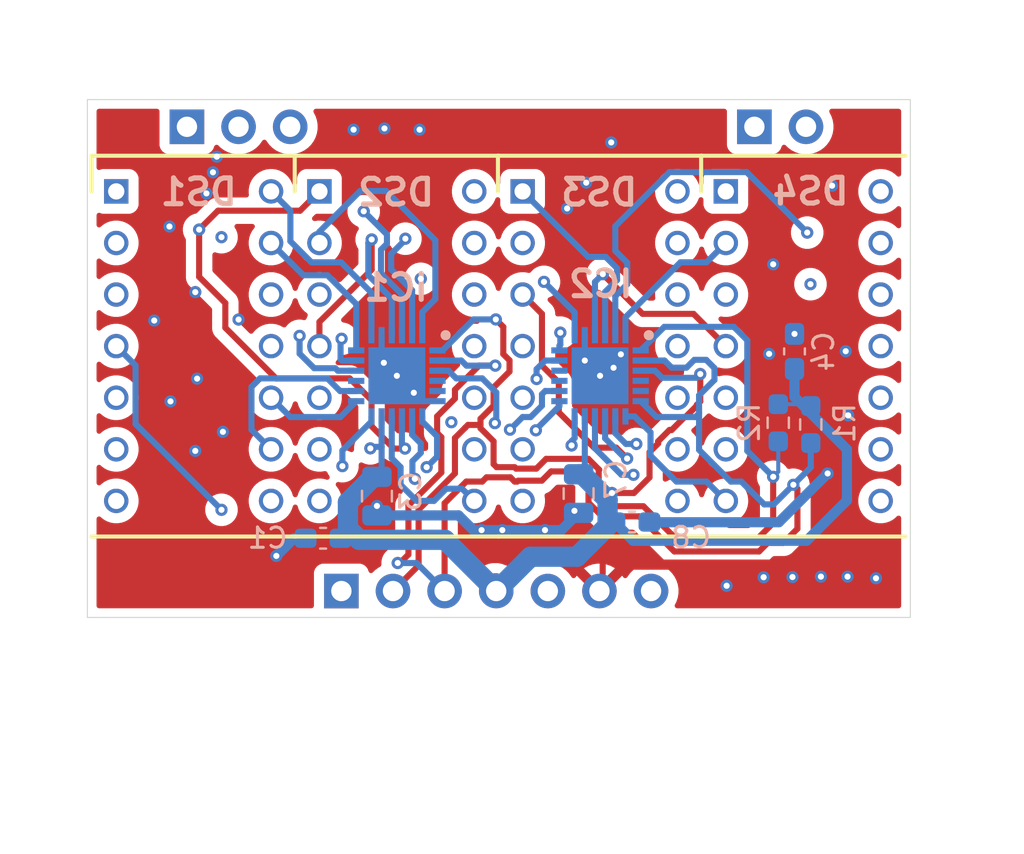
<source format=kicad_pcb>
(kicad_pcb (version 20241229) (generator "pcbnew") (generator_version "9.0")
  (layers (0 "F.Cu" signal) (4 "In1.Cu" signal) (6 "In2.Cu" signal) (2 "B.Cu" signal) (13 "F.Paste" user) (15 "B.Paste" user) (5 "F.SilkS" user "F.Silkscreen") (7 "B.SilkS" user "B.Silkscreen") (1 "F.Mask" user) (3 "B.Mask" user) (25 "Edge.Cuts" user))
  (net 0 "")
  (net 3 "/SDA")
  (net 4 "/SCL")
  (net 9 "+5V")
  (net 10 "GND")
  (net 11 "/D1_R2")
  (net 12 "/D1_C8")
  (net 13 "/D1_C5")
  (net 14 "/D1_C2")
  (net 15 "/D1_C3")
  (net 16 "/D1_C7")
  (net 17 "/D1_C6")
  (net 18 "/D1_C4")
  (net 19 "/D1_R4")
  (net 20 "/D1_R1")
  (net 21 "/D1_R8")
  (net 22 "/D1_R3")
  (net 24 "/D1_C1")
  (net 25 "/D1_R7")
  (net 26 "/D1_R6")
  (net 27 "/D1_R5")
  (net 29 "/D2_R5")
  (net 32 "/D2_C7")
  (net 33 "/D2_C2")
  (net 34 "/D2_R7")
  (net 35 "/D2_R6")
  (net 36 "/D2_R1")
  (net 37 "/D2_R3")
  (net 38 "/D2_C5")
  (net 39 "/D2_C6")
  (net 40 "/D2_R4")
  (net 41 "/D2_C3")
  (net 42 "/D2_R8")
  (net 43 "/D2_C1")
  (net 44 "/D2_R2")
  (net 45 "/D2_C4")
  (net 46 "/D2_C8")
  (footprint "Library:DIPS762W50P254L1850H400Q14N" (layer "F.Cu") (at 131.42 79.5204)
    (property "Reference" "DS4")
    (property "Value" "LTP-305G" (hide yes))
  )
  (footprint "Library:DIPS762W50P254L1850H400Q14N" (layer "F.Cu") (at 101.42 79.5204)
    (property "Reference" "DS1")
    (property "Value" "LTP-305G" (hide yes))
  )
  (footprint "Library:DIPS762W50P254L1850H400Q14N" (layer "F.Cu") (at 111.42 79.5204)
    (property "Reference" "DS2")
    (property "Value" "LTP-305G" (hide yes))
  )
  (footprint "Library:DIPS762W50P254L1850H400Q14N" (layer "F.Cu") (at 121.42 79.5204)
    (property "Reference" "DS3")
    (property "Value" "LTP-305G" (hide yes))
  )
  (footprint "Capacitor_SMD:C_0603_1608Metric_Pad1.08x0.95mm_HandSolder" (layer "B.Cu") (at 111.6 96.6 180)
    (property "Reference" "C1")
    (property "Value" "100nF")
  )
  (footprint "Connector_PinHeader_2.54mm:PinHeader_1x02_P2.54mm_Vertical" (layer "B.Cu") (at 132.825 76.34 -90)
    (property "Reference" "J2" (hide yes))
    (property "Value" "Conn_01x02_Pin")
  )
  (footprint "Connector_PinHeader_2.54mm:PinHeader_1x03_P2.54mm_Vertical" (layer "B.Cu") (at 104.9 76.34 -90)
    (property "Reference" "J3" (hide yes))
    (property "Value" "Conn_01x03_Pin")
  )
  (footprint "Capacitor_SMD:C_0603_1608Metric_Pad1.08x0.95mm_HandSolder" (layer "B.Cu") (at 134.8 87.4 90)
    (property "Reference" "C4")
    (property "Value" "100nF")
  )
  (footprint "LTP-305G:QFN50P400X400X80-25N-D" (layer "B.Cu") (at 115.23 88.6004 180)
    (property "Reference" "IC1")
    (property "Value" "IS31FL3730-QFLS2-TR" (hide yes))
  )
  (footprint "Resistor_SMD:R_0603_1608Metric_Pad0.98x0.95mm_HandSolder" (layer "B.Cu") (at 134 90.9125 -90)
    (property "Reference" "R2")
    (property "Value" "10k")
  )
  (footprint "LTP-305G:QFN50P400X400X80-25N-D" (layer "B.Cu") (at 125.23 88.6 180)
    (property "Reference" "IC2")
    (property "Value" "IS31FL3730-QFLS2-TR" (hide yes))
  )
  (footprint "Capacitor_SMD:C_0603_1608Metric_Pad1.08x0.95mm_HandSolder" (layer "B.Cu") (at 126.8 95.8)
    (property "Reference" "C8")
    (property "Value" "100nF")
  )
  (footprint "Resistor_SMD:R_0603_1608Metric_Pad0.98x0.95mm_HandSolder" (layer "B.Cu") (at 135.6 91 -90)
    (property "Reference" "R1")
    (property "Value" "10K")
  )
  (footprint "Connector_PinHeader_2.54mm:PinHeader_1x07_P2.54mm_Vertical" (layer "B.Cu") (at 112.5 99.2 -90)
    (property "Reference" "J1" (hide yes))
    (property "Value" "Conn_01x07_Pin" (hide yes))
  )
  (footprint "Capacitor_SMD:C_0805_2012Metric" (layer "B.Cu") (at 114.25 94.525 -90)
    (property "Reference" "C3")
    (property "Value" "10uF")
  )
  (footprint "Capacitor_SMD:C_0805_2012Metric" (layer "B.Cu") (at 124.175 94.4 -90)
    (property "Reference" "C7")
    (property "Value" "10uF")
  )
  (gr_rect (start 100 75) (end 140.5 100.5) (stroke (width 0.05)) (fill no) (layer "Edge.Cuts"))
  (segment (start 119.991 90.074318) (end 119.991 89.17395) (width 0.3) (layer "F.Cu") (net 3))
  (segment (start 129.09 96.75) (end 127.362605 95.022605) (width 0.3) (layer "F.Cu") (net 3))
  (segment (start 118.73 91.02) (end 118.59 91.16) (width 0.3) (layer "F.Cu") (net 3))
  (segment (start 119.346298 91.02) (end 119.346298 90.71902) (width 0.3) (layer "F.Cu") (net 3))
  (segment (start 127.362605 95.022605) (end 125.5445 95.022605) (width 0.3) (layer "F.Cu") (net 3))
  (segment (start 118.089 91.662414) (end 118.089 93.403894) (width 0.3) (layer "F.Cu") (net 3))
  (segment (start 116.301 97.939) (end 115.04 99.2) (width 0.3) (layer "F.Cu") (net 3))
  (segment (start 118.59 91.16) (end 118.59 91.161414) (width 0.3) (layer "F.Cu") (net 3))
  (segment (start 118.59 91.161414) (end 118.089 91.662414) (width 0.3) (layer "F.Cu") (net 3))
  (segment (start 119.991 89.17395) (end 120.775 88.38995) (width 0.3) (layer "F.Cu") (net 3))
  (segment (start 133.75 93.575) (end 133.75 95.85) (width 0.3) (layer "F.Cu") (net 3))
  (segment (start 120.469 87.534318) (end 120.469 86.194) (width 0.3) (layer "F.Cu") (net 3))
  (segment (start 119.346298 91.18178) (end 119.346298 91.02) (width 0.3) (layer "F.Cu") (net 3))
  (segment (start 116.301 95.191894) (end 116.301 97.939) (width 0.3) (layer "F.Cu") (net 3))
  (segment (start 121.095188 93.1714) (end 121.023788 93.1) (width 0.3) (layer "F.Cu") (net 3))
  (segment (start 120.775 88.38995) (end 120.775 87.840318) (width 0.3) (layer "F.Cu") (net 3))
  (segment (start 119.346298 91.02) (end 118.73 91.02) (width 0.3) (layer "F.Cu") (net 3))
  (segment (start 125.163154 94.641259) (end 125.163154 93.226585) (width 0.3) (layer "F.Cu") (net 3))
  (segment (start 125.186585 93.226585) (end 124.65 92.69) (width 0.3) (layer "F.Cu") (net 3))
  (segment (start 119.991 92.95) (end 119.991 91.826482) (width 0.3) (layer "F.Cu") (net 3))
  (segment (start 121.023788 93.1) (end 120.141 93.1) (width 0.3) (layer "F.Cu") (net 3))
  (segment (start 125.163154 93.226585) (end 125.186585 93.226585) (width 0.3) (layer "F.Cu") (net 3))
  (segment (start 133.75 95.85) (end 132.85 96.75) (width 0.3) (layer "F.Cu") (net 3))
  (segment (start 118.089 93.403894) (end 116.301 95.191894) (width 0.3) (layer "F.Cu") (net 3))
  (segment (start 122.578211 92.69) (end 122.096811 93.1714) (width 0.3) (layer "F.Cu") (net 3))
  (segment (start 120.469 86.194) (end 120.1 85.825) (width 0.3) (layer "F.Cu") (net 3))
  (segment (start 122.096811 93.1714) (end 121.095188 93.1714) (width 0.3) (layer "F.Cu") (net 3))
  (segment (start 120.141 93.1) (end 119.991 92.95) (width 0.3) (layer "F.Cu") (net 3))
  (segment (start 132.85 96.75) (end 129.09 96.75) (width 0.3) (layer "F.Cu") (net 3))
  (segment (start 120.775 87.840318) (end 120.469 87.534318) (width 0.3) (layer "F.Cu") (net 3))
  (segment (start 125.5445 95.022605) (end 125.163154 94.641259) (width 0.3) (layer "F.Cu") (net 3))
  (segment (start 119.346298 90.71902) (end 119.991 90.074318) (width 0.3) (layer "F.Cu") (net 3))
  (segment (start 119.991 91.826482) (end 119.346298 91.18178) (width 0.3) (layer "F.Cu") (net 3))
  (segment (start 124.65 92.69) (end 122.578211 92.69) (width 0.3) (layer "F.Cu") (net 3))
  (via (at 120.1 85.825) (size 0.6) (drill 0.3) (layers "F.Cu" "B.Cu") (net 3))
  (via (at 133.75 93.575) (size 0.6) (drill 0.3) (layers "F.Cu" "B.Cu") (net 3))
  (segment (start 119.0054 85.825) (end 120.1 85.825) (width 0.3) (layer "B.Cu") (net 3))
  (segment (start 117.23 87.3504) (end 117.48 87.3504) (width 0.3) (layer "B.Cu") (net 3))
  (segment (start 134 93.325) (end 133.75 93.575) (width 0.2) (layer "B.Cu") (net 3))
  (segment (start 128.3906 86.1894) (end 127.23 87.35) (width 0.3) (layer "B.Cu") (net 3))
  (segment (start 132.475 92.3) (end 132.475 86.850482) (width 0.3) (layer "B.Cu") (net 3))
  (segment (start 133.75 93.575) (end 132.475 92.3) (width 0.3) (layer "B.Cu") (net 3))
  (segment (start 132.475 86.850482) (end 131.813918 86.1894) (width 0.3) (layer "B.Cu") (net 3))
  (segment (start 134 91.825) (end 134 93.325) (width 0.2) (layer "B.Cu") (net 3))
  (segment (start 131.813918 86.1894) (end 128.3906 86.1894) (width 0.3) (layer "B.Cu") (net 3))
  (segment (start 117.48 87.3504) (end 119.0054 85.825) (width 0.3) (layer "B.Cu") (net 3))
  (segment (start 121.026082 93.8094) (end 121.155282 93.8094) (width 0.3) (layer "F.Cu") (net 4))
  (segment (start 124.562894 93.31) (end 124.662154 93.40926) (width 0.3) (layer "F.Cu") (net 4))
  (segment (start 121.2 93.764682) (end 122.365318 93.764682) (width 0.3) (layer "F.Cu") (net 4))
  (segment (start 134.25 96.825) (end 134.942985 96.132015) (width 0.3) (layer "F.Cu") (net 4))
  (segment (start 119.275482 88.1) (end 118.089 89.286482) (width 0.3) (layer "F.Cu") (net 4))
  (segment (start 134.942985 96.132015) (end 134.942985 94.165644) (width 0.3) (layer "F.Cu") (net 4))
  (segment (start 125.33698 95.523605) (end 127.156499 95.523605) (width 0.3) (layer "F.Cu") (net 4))
  (segment (start 124.662154 94.848779) (end 125.33698 95.523605) (width 0.3) (layer "F.Cu") (net 4))
  (segment (start 117.212366 91.41526) (end 117.42 91.622894) (width 0.3) (layer "F.Cu") (net 4))
  (segment (start 117.212366 90.597684) (end 117.212366 91.41526) (width 0.3) (layer "F.Cu") (net 4))
  (segment (start 119.643318 93.6) (end 120.816682 93.6) (width 0.3) (layer "F.Cu") (net 4))
  (segment (start 117.58 99.2) (end 117.58 94.875482) (width 0.3) (layer "F.Cu") (net 4))
  (segment (start 122.365318 93.764682) (end 122.82 93.31) (width 0.3) (layer "F.Cu") (net 4))
  (segment (start 117.58 94.875482) (end 118.646082 93.8094) (width 0.3) (layer "F.Cu") (net 4))
  (segment (start 128.882894 97.25) (end 133.057106 97.25) (width 0.3) (layer "F.Cu") (net 4))
  (segment (start 117.42 91.622894) (end 117.42 93.366482) (width 0.3) (layer "F.Cu") (net 4))
  (segment (start 133.482107 96.825) (end 134.25 96.825) (width 0.3) (layer "F.Cu") (net 4))
  (segment (start 118.089 89.72105) (end 117.212366 90.597684) (width 0.3) (layer "F.Cu") (net 4))
  (segment (start 118.089 89.286482) (end 118.089 89.72105) (width 0.3) (layer "F.Cu") (net 4))
  (segment (start 124.662154 93.40926) (end 124.662154 94.848779) (width 0.3) (layer "F.Cu") (net 4))
  (segment (start 133.057106 97.25) (end 133.482107 96.825) (width 0.3) (layer "F.Cu") (net 4))
  (segment (start 120.816682 93.6) (end 121.026082 93.8094) (width 0.3) (layer "F.Cu") (net 4))
  (segment (start 115.8 94.986482) (end 115.8 97.4) (width 0.3) (layer "F.Cu") (net 4))
  (segment (start 127.156499 95.523605) (end 128.882894 97.25) (width 0.3) (layer "F.Cu") (net 4))
  (segment (start 120.075 88.1) (end 119.275482 88.1) (width 0.3) (layer "F.Cu") (net 4))
  (segment (start 121.155282 93.8094) (end 121.2 93.764682) (width 0.3) (layer "F.Cu") (net 4))
  (segment (start 122.82 93.31) (end 124.562894 93.31) (width 0.3) (layer "F.Cu") (net 4))
  (segment (start 117.42 93.366482) (end 115.8 94.986482) (width 0.3) (layer "F.Cu") (net 4))
  (segment (start 134.942985 94.165644) (end 134.742985 93.965644) (width 0.3) (layer "F.Cu") (net 4))
  (segment (start 115.380654 97.819346) (end 115.27195 97.819346) (width 0.3) (layer "F.Cu") (net 4))
  (segment (start 119.433918 93.8094) (end 119.643318 93.6) (width 0.3) (layer "F.Cu") (net 4))
  (segment (start 118.646082 93.8094) (end 119.433918 93.8094) (width 0.3) (layer "F.Cu") (net 4))
  (segment (start 115.8 97.4) (end 115.380654 97.819346) (width 0.3) (layer "F.Cu") (net 4))
  (via (at 120.075 88.1) (size 0.6) (drill 0.3) (layers "F.Cu" "B.Cu") (net 4))
  (via (at 134.742985 93.965644) (size 0.6) (drill 0.3) (layers "F.Cu" "B.Cu") (net 4))
  (via (at 115.27195 97.819346) (size 0.6) (drill 0.3) (layers "F.Cu" "B.Cu") (net 4))
  (segment (start 129.484481 88.2) (end 128.754682 88.2) (width 0.3) (layer "B.Cu") (net 4))
  (segment (start 130.102854 90.45) (end 130.102854 92.248172) (width 0.3) (layer "B.Cu") (net 4))
  (segment (start 133.775549 94.93308) (end 134.742985 93.965644) (width 0.3) (layer "B.Cu") (net 4))
  (segment (start 135.6 93.108629) (end 134.742985 93.965644) (width 0.3) (layer "B.Cu") (net 4))
  (segment (start 118.405081 87.850399) (end 118.654682 88.1) (width 0.3) (layer "B.Cu") (net 4))
  (segment (start 118.654682 88.1) (end 120.075 88.1) (width 0.3) (layer "B.Cu") (net 4))
  (segment (start 132.1844 93.8094) (end 133.30808 94.93308) (width 0.3) (layer "B.Cu") (net 4))
  (segment (start 117.23 87.850399) (end 118.405081 87.850399) (width 0.3) (layer "B.Cu") (net 4))
  (segment (start 128.0114 90.6314) (end 129.921454 90.6314) (width 0.3) (layer "B.Cu") (net 4))
  (segment (start 129.921454 90.6314) (end 130.102854 90.45) (width 0.3) (layer "B.Cu") (net 4))
  (segment (start 129.871281 87.8132) (end 129.484481 88.2) (width 0.3) (layer "B.Cu") (net 4))
  (segment (start 130.451181 87.8132) (end 129.871281 87.8132) (width 0.3) (layer "B.Cu") (net 4))
  (segment (start 128.404681 87.849999) (end 127.23 87.849999) (width 0.3) (layer "B.Cu") (net 4))
  (segment (start 127.23 89.85) (end 128.0114 90.6314) (width 0.3) (layer "B.Cu") (net 4))
  (segment (start 131.664082 93.8094) (end 132.1844 93.8094) (width 0.3) (layer "B.Cu") (net 4))
  (segment (start 130.102854 89.561527) (end 130.861231 88.80315) (width 0.3) (layer "B.Cu") (net 4))
  (segment (start 116.199346 97.819346) (end 115.27195 97.819346) (width 0.3) (layer "B.Cu") (net 4))
  (segment (start 130.102854 92.248172) (end 131.664082 93.8094) (width 0.3) (layer "B.Cu") (net 4))
  (segment (start 130.861231 88.80315) (end 130.861231 88.22325) (width 0.3) (layer "B.Cu") (net 4))
  (segment (start 128.754682 88.2) (end 128.404681 87.849999) (width 0.3) (layer "B.Cu") (net 4))
  (segment (start 130.861231 88.22325) (end 130.451181 87.8132) (width 0.3) (layer "B.Cu") (net 4))
  (segment (start 135.6 91.9125) (end 135.6 93.108629) (width 0.3) (layer "B.Cu") (net 4))
  (segment (start 130.102854 90.45) (end 130.102854 89.561527) (width 0.3) (layer "B.Cu") (net 4))
  (segment (start 133.30808 94.93308) (end 133.775549 94.93308) (width 0.3) (layer "B.Cu") (net 4))
  (segment (start 117.58 99.2) (end 116.199346 97.819346) (width 0.3) (layer "B.Cu") (net 4))
  (segment (start 126.899049 94.371605) (end 127.665459 93.605195) (width 0.3) (layer "F.Cu") (net 9))
  (segment (start 129.3936 90.6314) (end 129.433918 90.6314) (width 0.3) (layer "F.Cu") (net 9))
  (segment (start 128.089 91.936) (end 128.089 91.826482) (width 0.3) (layer "F.Cu") (net 9))
  (segment (start 120.12 98.828) (end 120.022545 98.828) (width 1) (layer "F.Cu") (net 9))
  (segment (start 125.814154 94.371605) (end 126.899049 94.371605) (width 0.3) (layer "F.Cu") (net 9))
  (segment (start 127.665459 93.605195) (end 127.665459 92.359541) (width 0.3) (layer "F.Cu") (net 9))
  (segment (start 127.665459 92.359541) (end 128.089 91.936) (width 0.3) (layer "F.Cu") (net 9))
  (segment (start 129.991 90.034) (end 130.161231 89.863769) (width 0.3) (layer "F.Cu") (net 9))
  (segment (start 128.089 91.826482) (end 128.646082 91.2694) (width 0.3) (layer "F.Cu") (net 9))
  (segment (start 129.991 90.074318) (end 129.991 90.034) (width 0.3) (layer "F.Cu") (net 9))
  (segment (start 130.161231 89.863769) (end 130.161231 88.5132) (width 0.3) (layer "F.Cu") (net 9))
  (segment (start 120.12 99.2) (end 120.12 98.828) (width 1) (layer "F.Cu") (net 9))
  (segment (start 128.646082 91.2694) (end 128.7556 91.2694) (width 0.3) (layer "F.Cu") (net 9))
  (segment (start 128.7556 91.2694) (end 129.3936 90.6314) (width 0.3) (layer "F.Cu") (net 9))
  (segment (start 129.433918 90.6314) (end 129.991 90.074318) (width 0.3) (layer "F.Cu") (net 9))
  (via (at 117.912366 90.887634) (size 0.6) (drill 0.3) (layers "F.Cu" "B.Cu") (net 9))
  (via (at 120.0544 90.93232) (size 0.6) (drill 0.3) (layers "F.Cu" "B.Cu") (net 9))
  (via (at 125.814154 94.371605) (size 0.6) (drill 0.3) (layers "F.Cu" "B.Cu") (net 9))
  (via (at 130.161231 88.5132) (size 0.6) (drill 0.3) (layers "F.Cu" "B.Cu") (net 9))
  (via (at 113.925 92.175) (size 0.6) (drill 0.3) (layers "F.Cu" "B.Cu") (net 9))
  (segment (start 114.479999 93.345001) (end 114.25 93.575) (width 0.3) (layer "B.Cu") (net 9))
  (segment (start 127.93 88.35) (end 128.28 88.7) (width 0.3) (layer "B.Cu") (net 9))
  (segment (start 112.824 94.824156) (end 114.073156 93.575) (width 1) (layer "B.Cu") (net 9))
  (segment (start 137.38 92.224734) (end 134.8 89.644734) (width 0.5) (layer "B.Cu") (net 9))
  (segment (start 124.351844 93.45) (end 124.175 93.45) (width 1) (layer "B.Cu") (net 9))
  (segment (start 120.12 99.2) (end 121.81 97.51) (width 1) (layer "B.Cu") (net 9))
  (segment (start 134.8 90) (end 135.5125 90) (width 0.2) (layer "B.Cu") (net 9))
  (segment (start 124.091844 97.51) (end 125.601 96.000844) (width 1) (layer "B.Cu") (net 9))
  (segment (start 114.073156 93.575) (end 114.25 93.575) (width 1) (layer "B.Cu") (net 9))
  (segment (start 114.479999 92.1) (end 114 92.1) (width 0.3) (layer "B.Cu") (net 9))
  (segment (start 134 90) (end 134.8 90) (width 0.2) (layer "B.Cu") (net 9))
  (segment (start 134.8 88.2625) (end 134.8 90) (width 0.2) (layer "B.Cu") (net 9))
  (segment (start 117.596 96.676) (end 113.374156 96.676) (width 1) (layer "B.Cu") (net 9))
  (segment (start 135.394 96.726) (end 137.38 94.74) (width 0.5) (layer "B.Cu") (net 9))
  (segment (start 137.38 94.74) (end 137.38 92.224734) (width 0.5) (layer "B.Cu") (net 9))
  (segment (start 135.5125 90) (end 135.6 90.0875) (width 0.2) (layer "B.Cu") (net 9))
  (segment (start 134.8 89.644734) (end 134.8 88.2625) (width 0.5) (layer "B.Cu") (net 9))
  (segment (start 125.601 94.699156) (end 124.351844 93.45) (width 1) (layer "B.Cu") (net 9))
  (segment (start 127.23 88.35) (end 127.93 88.35) (width 0.3) (layer "B.Cu") (net 9))
  (segment (start 121.81 97.51) (end 124.091844 97.51) (width 1) (layer "B.Cu") (net 9))
  (segment (start 124.479999 93.204999) (end 124.5 93.225) (width 0.3) (layer "B.Cu") (net 9))
  (segment (start 126.8635 96.726) (end 135.394 96.726) (width 0.5) (layer "B.Cu") (net 9))
  (segment (start 128.28 88.7) (end 129.974431 88.7) (width 0.3) (layer "B.Cu") (net 9))
  (segment (start 124.479999 90.6) (end 124.479999 93.204999) (width 0.3) (layer "B.Cu") (net 9))
  (segment (start 114 92.1) (end 113.925 92.175) (width 0.3) (layer "B.Cu") (net 9))
  (segment (start 120.122948 89.41843) (end 120.122948 90.93232) (width 0.3) (layer "B.Cu") (net 9))
  (segment (start 118.1544 88.7294) (end 119.433918 88.7294) (width 0.3) (layer "B.Cu") (net 9))
  (segment (start 113.374156 96.676) (end 112.824 96.125844) (width 1) (layer "B.Cu") (net 9))
  (segment (start 120.12 99.2) (end 117.596 96.676) (width 1) (layer "B.Cu") (net 9))
  (segment (start 125.814154 94.371605) (end 125.646605 94.371605) (width 0.3) (layer "B.Cu") (net 9))
  (segment (start 125.601 96.000844) (end 125.601 94.699156) (width 1) (layer "B.Cu") (net 9))
  (segment (start 125.646605 94.371605) (end 124.5 93.225) (width 0.3) (layer "B.Cu") (net 9))
  (segment (start 114.479999 90.6004) (end 114.479999 92.1) (width 0.3) (layer "B.Cu") (net 9))
  (segment (start 117.7754 88.3504) (end 118.1544 88.7294) (width 0.3) (layer "B.Cu") (net 9))
  (segment (start 114.479999 92.1) (end 114.479999 93.345001) (width 0.3) (layer "B.Cu") (net 9))
  (segment (start 117.23 88.3504) (end 117.7754 88.3504) (width 0.3) (layer "B.Cu") (net 9))
  (segment (start 129.974431 88.7) (end 130.161231 88.5132) (width 0.3) (layer "B.Cu") (net 9))
  (segment (start 125.9375 95.8) (end 126.8635 96.726) (width 0.5) (layer "B.Cu") (net 9))
  (segment (start 119.433918 88.7294) (end 120.122948 89.41843) (width 0.3) (layer "B.Cu") (net 9))
  (segment (start 112.824 96.125844) (end 112.824 94.824156) (width 1) (layer "B.Cu") (net 9))
  (segment (start 134.089 97.899) (end 134.7 98.51) (width 0.5) (layer "F.Cu") (net 10))
  (segment (start 125.36 96.64) (end 125.36 98.34) (width 0.3) (layer "F.Cu") (net 10))
  (segment (start 119.4 96.2) (end 121.22 96.2) (width 0.5) (layer "F.Cu") (net 10))
  (segment (start 122.19 97.17) (end 123.17 97.17) (width 0.5) (layer "F.Cu") (net 10))
  (segment (start 136.43 93.41) (end 136.43 98.16) (width 0.5) (layer "F.Cu") (net 10))
  (segment (start 136.43 98.16) (end 136.1 98.49) (width 0.5) (layer "F.Cu") (net 10))
  (segment (start 136.1 98.49) (end 134.72 98.49) (width 0.5) (layer "F.Cu") (net 10))
  (segment (start 123.97 95.25) (end 125.36 96.64) (width 0.3) (layer "F.Cu") (net 10))
  (segment (start 123.17 97.17) (end 125.2 99.2) (width 0.5) (layer "F.Cu") (net 10))
  (segment (start 125.2 99.2) (end 126.501 97.899) (width 0.5) (layer "F.Cu") (net 10))
  (segment (start 126.501 97.899) (end 134.089 97.899) (width 0.5) (layer "F.Cu") (net 10))
  (segment (start 121.22 96.2) (end 122.19 97.17) (width 0.5) (layer "F.Cu") (net 10))
  (segment (start 134.72 98.49) (end 134.7 98.51) (width 0.5) (layer "F.Cu") (net 10))
  (via (at 133.75 83.11) (size 0.6) (drill 0.3) (layers "F.Cu" "B.Cu") (net 10))
  (via (at 133.28 98.52) (size 0.6) (drill 0.3) (layers "F.Cu" "B.Cu") (net 10))
  (via (at 105.4 88.74) (size 0.6) (drill 0.3) (layers "F.Cu" "B.Cu") (net 10))
  (via (at 124.479999 87.849999) (size 0.6) (drill 0.3) (layers "F.Cu" "B.Cu") (net 10))
  (via (at 105.31 84.48) (size 0.6) (drill 0.3) (layers "F.Cu" "B.Cu") (net 10))
  (via (at 136.1 98.49) (size 0.6) (drill 0.3) (layers "F.Cu" "B.Cu") (net 10))
  (via (at 122.52 96.2) (size 0.6) (drill 0.3) (layers "F.Cu" "B.Cu") (net 10))
  (via (at 106.37 77.81) (size 0.6) (drill 0.3) (layers "F.Cu" "B.Cu") (net 10))
  (via (at 134.7 98.51) (size 0.6) (drill 0.3) (layers "F.Cu" "B.Cu") (net 10))
  (via (at 116.0648 89.4352) (size 0.6) (drill 0.3) (layers "F.Cu" "B.Cu") (net 10))
  (via (at 124.55 79.09) (size 0.6) (drill 0.3) (layers "F.Cu" "B.Cu") (net 10))
  (via (at 114.62 76.42) (size 0.6) (drill 0.3) (layers "F.Cu" "B.Cu") (net 10))
  (via (at 134.8 86.5375) (size 0.6) (drill 0.3) (layers "F.Cu" "B.Cu") (net 10))
  (via (at 109.3 97.47) (size 0.6) (drill 0.3) (layers "F.Cu" "B.Cu") (net 10))
  (via (at 114.25 95.01) (size 0.6) (drill 0.3) (layers "F.Cu" "B.Cu") (net 10))
  (via (at 105.86 79.62) (size 0.6) (drill 0.3) (layers "F.Cu" "B.Cu") (net 10))
  (via (at 123.61 80.36) (size 0.6) (drill 0.3) (layers "F.Cu" "B.Cu") (net 10))
  (via (at 115.23 88.6004) (size 0.6) (drill 0.3) (layers "F.Cu" "B.Cu") (net 10))
  (via (at 104.09 89.86) (size 0.6) (drill 0.3) (layers "F.Cu" "B.Cu") (net 10))
  (via (at 138.81 98.57) (size 0.6) (drill 0.3) (layers "F.Cu" "B.Cu") (net 10))
  (via (at 120.42 96.2) (size 0.6) (drill 0.3) (layers "F.Cu" "B.Cu") (net 10))
  (via (at 137.41 98.49) (size 0.6) (drill 0.3) (layers "F.Cu" "B.Cu") (net 10))
  (via (at 113.1 76.48) (size 0.6) (drill 0.3) (layers "F.Cu" "B.Cu") (net 10))
  (via (at 106.67 91.36) (size 0.6) (drill 0.3) (layers "F.Cu" "B.Cu") (net 10))
  (via (at 136.65 79.24) (size 0.6) (drill 0.3) (layers "F.Cu" "B.Cu") (net 10))
  (via (at 119.4 96.2) (size 0.6) (drill 0.3) (layers "F.Cu" "B.Cu") (net 10))
  (via (at 104.04 81.25) (size 0.6) (drill 0.3) (layers "F.Cu" "B.Cu") (net 10))
  (via (at 106.18 78.58) (size 0.6) (drill 0.3) (layers "F.Cu" "B.Cu") (net 10))
  (via (at 131.46 98.94) (size 0.6) (drill 0.3) (layers "F.Cu" "B.Cu") (net 10))
  (via (at 105.31 92.3) (size 0.6) (drill 0.3) (layers "F.Cu" "B.Cu") (net 10))
  (via (at 125.23 88.6) (size 0.6) (drill 0.3) (layers "F.Cu" "B.Cu") (net 10))
  (via (at 116.35 76.48) (size 0.6) (drill 0.3) (layers "F.Cu" "B.Cu") (net 10))
  (via (at 136.43 93.41) (size 0.6) (drill 0.3) (layers "F.Cu" "B.Cu") (net 10))
  (via (at 133.55 87.52) (size 0.6) (drill 0.3) (layers "F.Cu" "B.Cu") (net 10))
  (via (at 126.254334 87.544772) (size 0.6) (drill 0.3) (layers "F.Cu" "B.Cu") (net 10))
  (via (at 114.5898 87.9602) (size 0.6) (drill 0.3) (layers "F.Cu" "B.Cu") (net 10))
  (via (at 137.44 90.55) (size 0.6) (drill 0.3) (layers "F.Cu" "B.Cu") (net 10))
  (via (at 123.97 95.25) (size 0.6) (drill 0.3) (layers "F.Cu" "B.Cu") (net 10))
  (via (at 103.29 85.88) (size 0.6) (drill 0.3) (layers "F.Cu" "B.Cu") (net 10))
  (via (at 107.44 85.83) (size 0.6) (drill 0.3) (layers "F.Cu" "B.Cu") (net 10))
  (via (at 125.78 77.11) (size 0.6) (drill 0.3) (layers "F.Cu" "B.Cu") (net 10))
  (via (at 125.895 88.205) (size 0.6) (drill 0.3) (layers "F.Cu" "B.Cu") (net 10))
  (via (at 137.32 87.39) (size 0.6) (drill 0.3) (layers "F.Cu" "B.Cu") (net 10))
  (segment (start 125.23 88.6) (end 125.5 88.6) (width 0.3) (layer "B.Cu") (net 10))
  (segment (start 110.17 96.6) (end 109.3 97.47) (width 0.5) (layer "B.Cu") (net 10))
  (segment (start 116.0648 89.4352) (end 115.23 88.6004) (width 0.3) (layer "B.Cu") (net 10))
  (segment (start 114.479999 86.6004) (end 114.479999 87.850399) (width 0.3) (layer "B.Cu") (net 10))
  (segment (start 124.479999 86.6) (end 124.479999 87.849999) (width 0.3) (layer "B.Cu") (net 10))
  (segment (start 122.52 96.2) (end 123.325 96.2) (width 0.5) (layer "B.Cu") (net 10))
  (segment (start 123.325 96.2) (end 124.175 95.35) (width 0.5) (layer "B.Cu") (net 10))
  (segment (start 127.6739 95.8114) (end 134.0286 95.8114) (width 0.5) (layer "B.Cu") (net 10))
  (segment (start 124.07 95.35) (end 124.175 95.35) (width 0.3) (layer "B.Cu") (net 10))
  (segment (start 127.6625 95.8) (end 127.6739 95.8114) (width 0.5) (layer "B.Cu") (net 10))
  (segment (start 114.715 95.475) (end 114.25 95.01) (width 0.5) (layer "B.Cu") (net 10))
  (segment (start 114.479999 87.850399) (end 114.5898 87.9602) (width 0.3) (layer "B.Cu") (net 10))
  (segment (start 116.48 89.8504) (end 116.0648 89.4352) (width 0.3) (layer "B.Cu") (net 10))
  (segment (start 119.4 96.2) (end 118.993261 96.2) (width 0.5) (layer "B.Cu") (net 10))
  (segment (start 118.268261 95.475) (end 114.715 95.475) (width 0.5) (layer "B.Cu") (net 10))
  (segment (start 123.97 95.25) (end 124.07 95.35) (width 0.3) (layer "B.Cu") (net 10))
  (segment (start 125.5 88.6) (end 125.895 88.205) (width 0.3) (layer "B.Cu") (net 10))
  (segment (start 120.42 96.2) (end 122.52 96.2) (width 0.5) (layer "B.Cu") (net 10))
  (segment (start 125.895 88.205) (end 126.254334 87.845666) (width 0.3) (layer "B.Cu") (net 10))
  (segment (start 117.23 89.8504) (end 116.48 89.8504) (width 0.3) (layer "B.Cu") (net 10))
  (segment (start 118.993261 96.2) (end 118.268261 95.475) (width 0.5) (layer "B.Cu") (net 10))
  (segment (start 134.0286 95.8114) (end 136.43 93.41) (width 0.5) (layer "B.Cu") (net 10))
  (segment (start 119.4 96.2) (end 120.42 96.2) (width 0.5) (layer "B.Cu") (net 10))
  (segment (start 110.7375 96.6) (end 110.17 96.6) (width 0.5) (layer "B.Cu") (net 10))
  (segment (start 114.5898 87.9602) (end 115.23 88.6004) (width 0.3) (layer "B.Cu") (net 10))
  (segment (start 126.254334 87.845666) (end 126.254334 87.544772) (width 0.3) (layer "B.Cu") (net 10))
  (via (at 116.114522 93.676145) (size 0.6) (drill 0.3) (layers "F.Cu" "B.Cu") (net 11))
  (segment (start 115.99637 92.809517) (end 115.99637 93.557993) (width 0.3) (layer "B.Cu") (net 11))
  (segment (start 116.40642 92.399467) (end 115.99637 92.809517) (width 0.3) (layer "B.Cu") (net 11))
  (segment (start 115.99637 93.557993) (end 116.114522 93.676145) (width 0.3) (layer "B.Cu") (net 11))
  (segment (start 115.980001 90.6004) (end 115.980001 91.500101) (width 0.3) (layer "B.Cu") (net 11))
  (segment (start 115.980001 91.500101) (end 116.40642 91.92652) (width 0.3) (layer "B.Cu") (net 11))
  (segment (start 116.40642 91.92652) (end 116.40642 92.399467) (width 0.3) (layer "B.Cu") (net 11))
  (via (at 110.443637 86.633724) (size 0.6) (drill 0.3) (layers "F.Cu" "B.Cu") (net 12))
  (segment (start 112.2034 88.2284) (end 111.163082 88.2284) (width 0.3) (layer "B.Cu") (net 12))
  (segment (start 111.163082 88.2284) (end 110.443637 87.508955) (width 0.3) (layer "B.Cu") (net 12))
  (segment (start 112.3254 88.3504) (end 112.2034 88.2284) (width 0.3) (layer "B.Cu") (net 12))
  (segment (start 113.23 88.3504) (end 112.3254 88.3504) (width 0.3) (layer "B.Cu") (net 12))
  (segment (start 110.443637 87.508955) (end 110.443637 86.633724) (width 0.3) (layer "B.Cu") (net 12))
  (segment (start 109.991 80.4714) (end 109.04 79.5204) (width 0.3) (layer "B.Cu") (net 13))
  (segment (start 109.991 81.976318) (end 109.991 80.4714) (width 0.3) (layer "B.Cu") (net 13))
  (segment (start 113.98 84.507726) (end 112.483674 83.0114) (width 0.3) (layer "B.Cu") (net 13))
  (segment (start 113.98 86.6004) (end 113.98 84.507726) (width 0.3) (layer "B.Cu") (net 13))
  (segment (start 111.026082 83.0114) (end 109.991 81.976318) (width 0.3) (layer "B.Cu") (net 13))
  (segment (start 112.483674 83.0114) (end 111.026082 83.0114) (width 0.3) (layer "B.Cu") (net 13))
  (via (at 115.65 81.85) (size 0.6) (drill 0.3) (layers "F.Cu" "B.Cu") (net 14))
  (via (at 106.6 81.775) (size 0.6) (drill 0.3) (layers "F.Cu" "B.Cu") (net 14))
  (segment (start 114.95 83.356407) (end 114.95 82.6) (width 0.3) (layer "B.Cu") (net 14))
  (segment (start 115.980001 84.386408) (end 114.95 83.356407) (width 0.3) (layer "B.Cu") (net 14))
  (segment (start 115.980001 86.6004) (end 115.980001 84.386408) (width 0.3) (layer "B.Cu") (net 14))
  (segment (start 115.65 81.9) (end 115.65 81.85) (width 0.3) (layer "B.Cu") (net 14))
  (segment (start 114.95 82.6) (end 115.65 81.9) (width 0.3) (layer "B.Cu") (net 14))
  (via (at 113.6 80.5) (size 0.6) (drill 0.3) (layers "F.Cu" "B.Cu") (net 15))
  (segment (start 114.45 83.563513) (end 114.45 82.392893) (width 0.3) (layer "B.Cu") (net 15))
  (segment (start 115.48 86.6004) (end 115.48 84.593513) (width 0.3) (layer "B.Cu") (net 15))
  (segment (start 114.742893 81.642893) (end 113.6 80.5) (width 0.3) (layer "B.Cu") (net 15))
  (segment (start 114.742893 82.1) (end 114.742893 81.642893) (width 0.3) (layer "B.Cu") (net 15))
  (segment (start 115.48 84.593513) (end 114.45 83.563513) (width 0.3) (layer "B.Cu") (net 15))
  (segment (start 114.45 82.392893) (end 114.742893 82.1) (width 0.3) (layer "B.Cu") (net 15))
  (via (at 112.510824 86.776244) (size 0.6) (drill 0.3) (layers "F.Cu" "B.Cu") (net 16))
  (segment (start 112.460429 87.778323) (end 112.460429 86.826639) (width 0.3) (layer "B.Cu") (net 16))
  (segment (start 112.460429 86.826639) (end 112.510824 86.776244) (width 0.3) (layer "B.Cu") (net 16))
  (segment (start 112.532505 87.850399) (end 112.460429 87.778323) (width 0.3) (layer "B.Cu") (net 16))
  (segment (start 113.23 87.850399) (end 112.532505 87.850399) (width 0.3) (layer "B.Cu") (net 16))
  (segment (start 110.629 83.6494) (end 111.813918 83.6494) (width 0.3) (layer "B.Cu") (net 17))
  (segment (start 109.04 82.0604) (end 110.629 83.6494) (width 0.3) (layer "B.Cu") (net 17))
  (segment (start 111.813918 83.6494) (end 113.23 85.065482) (width 0.3) (layer "B.Cu") (net 17))
  (segment (start 113.23 85.065482) (end 113.23 87.3504) (width 0.3) (layer "B.Cu") (net 17))
  (segment (start 111.42 87.1404) (end 111.42 85.945318) (width 0.3) (layer "F.Cu") (net 18))
  (segment (start 113.991398 83.37392) (end 113.991398 81.886544) (width 0.3) (layer "F.Cu") (net 18))
  (segment (start 111.42 85.945318) (end 113.991398 83.37392) (width 0.3) (layer "F.Cu") (net 18))
  (via (at 113.991398 81.886544) (size 0.6) (drill 0.3) (layers "F.Cu" "B.Cu") (net 18))
  (segment (start 113.825 83.645619) (end 113.825 82.052942) (width 0.3) (layer "B.Cu") (net 18))
  (segment (start 114.98 84.800619) (end 113.825 83.645619) (width 0.3) (layer "B.Cu") (net 18))
  (segment (start 113.825 82.052942) (end 113.991398 81.886544) (width 0.3) (layer "B.Cu") (net 18))
  (segment (start 114.98 86.6004) (end 114.98 84.800619) (width 0.3) (layer "B.Cu") (net 18))
  (via (at 106.6 95.2) (size 0.6) (drill 0.3) (layers "F.Cu" "B.Cu") (net 19))
  (segment (start 117.0601 94.7604) (end 117.6601 94.1604) (width 0.3) (layer "B.Cu") (net 19))
  (segment (start 101.42 87.1404) (end 102.371 88.0914) (width 0.3) (layer "B.Cu") (net 19))
  (segment (start 102.371 90.971) (end 106.6 95.2) (width 0.3) (layer "B.Cu") (net 19))
  (segment (start 117.6601 94.1604) (end 118.44 94.1604) (width 0.3) (layer "B.Cu") (net 19))
  (segment (start 115.414522 93.097949) (end 115.414522 93.966095) (width 0.3) (layer "B.Cu") (net 19))
  (segment (start 116.208827 94.7604) (end 117.0601 94.7604) (width 0.3) (layer "B.Cu") (net 19))
  (segment (start 115.414522 93.966095) (end 116.208827 94.7604) (width 0.3) (layer "B.Cu") (net 19))
  (segment (start 114.98 92.663427) (end 115.414522 93.097949) (width 0.3) (layer "B.Cu") (net 19))
  (segment (start 114.98 90.6004) (end 114.98 92.663427) (width 0.3) (layer "B.Cu") (net 19))
  (segment (start 102.371 88.0914) (end 102.371 90.971) (width 0.3) (layer "B.Cu") (net 19))
  (segment (start 118.44 94.1604) (end 119.04 94.7604) (width 0.3) (layer "B.Cu") (net 19))
  (via (at 116.69637 93.099467) (size 0.6) (drill 0.3) (layers "F.Cu" "B.Cu") (net 20))
  (segment (start 117.208544 92.587293) (end 116.69637 93.099467) (width 0.3) (layer "B.Cu") (net 20))
  (segment (start 117.208544 91.578944) (end 117.208544 92.587293) (width 0.3) (layer "B.Cu") (net 20))
  (segment (start 116.48 90.8504) (end 117.208544 91.578944) (width 0.3) (layer "B.Cu") (net 20))
  (segment (start 116.48 90.6004) (end 116.48 90.8504) (width 0.3) (layer "B.Cu") (net 20))
  (segment (start 110.469 80.4714) (end 106.4286 80.4714) (width 0.3) (layer "F.Cu") (net 22))
  (segment (start 106.789 85.018346) (end 106.789 86.234318) (width 0.3) (layer "F.Cu") (net 22))
  (segment (start 106.789 86.234318) (end 109.284082 88.7294) (width 0.3) (layer "F.Cu") (net 22))
  (segment (start 109.284082 88.7294) (end 112.9094 88.7294) (width 0.3) (layer "F.Cu") (net 22))
  (segment (start 106.4286 80.4714) (end 105.5 81.4) (width 0.3) (layer "F.Cu") (net 22))
  (segment (start 112.9094 88.7294) (end 113.985 89.805) (width 0.3) (layer "F.Cu") (net 22))
  (segment (start 113.985 91.085) (end 115.084745 92.184745) (width 0.3) (layer "F.Cu") (net 22))
  (segment (start 105.5 81.4) (end 105.5 83.729346) (width 0.3) (layer "F.Cu") (net 22))
  (segment (start 113.985 89.805) (end 113.985 91.085) (width 0.3) (layer "F.Cu") (net 22))
  (segment (start 111.42 79.5204) (end 110.469 80.4714) (width 0.3) (layer "F.Cu") (net 22))
  (segment (start 105.5 83.729346) (end 106.789 85.018346) (width 0.3) (layer "F.Cu") (net 22))
  (segment (start 115.084745 92.184745) (end 115.631192 92.184745) (width 0.3) (layer "F.Cu") (net 22))
  (via (at 105.5 81.4) (size 0.6) (drill 0.3) (layers "F.Cu" "B.Cu") (net 22))
  (via (at 115.631192 92.184745) (size 0.6) (drill 0.3) (layers "F.Cu" "B.Cu") (net 22))
  (segment (start 115.48 90.6004) (end 115.48 92.033553) (width 0.3) (layer "B.Cu") (net 22))
  (segment (start 115.48 92.033553) (end 115.631192 92.184745) (width 0.3) (layer "B.Cu") (net 22))
  (segment (start 117.125 84.825) (end 117.125 81.925) (width 0.3) (layer "B.Cu") (net 24))
  (segment (start 114.7 79.5) (end 113.425 79.5) (width 0.3) (layer "B.Cu") (net 24))
  (segment (start 117.125 81.925) (end 114.7 79.5) (width 0.3) (layer "B.Cu") (net 24))
  (segment (start 116.48 86.6004) (end 116.48 85.47) (width 0.3) (layer "B.Cu") (net 24))
  (segment (start 111.42 81.505) (end 111.42 82.0604) (width 0.3) (layer "B.Cu") (net 24))
  (segment (start 113.425 79.5) (end 111.42 81.505) (width 0.3) (layer "B.Cu") (net 24))
  (segment (start 116.48 85.47) (end 117.125 84.825) (width 0.3) (layer "B.Cu") (net 24))
  (segment (start 113.23 89.350401) (end 112.434919 89.350401) (width 0.3) (layer "B.Cu") (net 25))
  (segment (start 108.075 89.15) (end 108.075 91.2554) (width 0.3) (layer "B.Cu") (net 25))
  (segment (start 108.075 91.2554) (end 109.04 92.2204) (width 0.3) (layer "B.Cu") (net 25))
  (segment (start 112.434919 89.350401) (end 111.813918 88.7294) (width 0.3) (layer "B.Cu") (net 25))
  (segment (start 111.813918 88.7294) (end 108.4956 88.7294) (width 0.3) (layer "B.Cu") (net 25))
  (segment (start 108.4956 88.7294) (end 108.075 89.15) (width 0.3) (layer "B.Cu") (net 25))
  (via (at 116.408146 83.824603) (size 0.6) (drill 0.3) (layers "F.Cu" "B.Cu") (net 26))
  (segment (start 109.991 90.6314) (end 109.04 89.6804) (width 0.3) (layer "B.Cu") (net 26))
  (segment (start 112.449 90.6314) (end 109.991 90.6314) (width 0.3) (layer "B.Cu") (net 26))
  (segment (start 113.23 89.8504) (end 112.449 90.6314) (width 0.3) (layer "B.Cu") (net 26))
  (via (at 112.55 93.05) (size 0.6) (drill 0.3) (layers "F.Cu" "B.Cu") (net 27))
  (segment (start 112.55 92.2804) (end 112.55 93.05) (width 0.3) (layer "B.Cu") (net 27))
  (segment (start 113.98 90.8504) (end 112.55 92.2804) (width 0.3) (layer "B.Cu") (net 27))
  (segment (start 113.98 90.6004) (end 113.98 90.8504) (width 0.3) (layer "B.Cu") (net 27))
  (via (at 123.829318 92.030621) (size 0.6) (drill 0.3) (layers "F.Cu" "B.Cu") (net 29))
  (segment (start 123.98 91.67) (end 123.98 90.6) (width 0.3) (layer "B.Cu") (net 29))
  (segment (start 123.829318 91.820682) (end 123.829318 92.030621) (width 0.3) (layer "B.Cu") (net 29))
  (segment (start 123.85 91.8) (end 123.98 91.67) (width 0.3) (layer "B.Cu") (net 29))
  (segment (start 123.85 91.8) (end 123.829318 91.820682) (width 0.3) (layer "B.Cu") (net 29))
  (via (at 122.106317 88.757646) (size 0.6) (drill 0.3) (layers "F.Cu" "B.Cu") (net 32))
  (segment (start 122.53 87.849999) (end 122.106317 88.273682) (width 0.3) (layer "B.Cu") (net 32))
  (segment (start 122.106317 88.273682) (end 122.106317 88.757646) (width 0.3) (layer "B.Cu") (net 32))
  (segment (start 123.23 87.849999) (end 122.53 87.849999) (width 0.3) (layer "B.Cu") (net 32))
  (via (at 135.425 81.55) (size 0.6) (drill 0.3) (layers "F.Cu" "B.Cu") (net 33))
  (segment (start 126.566381 84.091726) (end 126.566381 83.032167) (width 0.3) (layer "B.Cu") (net 33))
  (segment (start 128.646082 78.5694) (end 132.4444 78.5694) (width 0.3) (layer "B.Cu") (net 33))
  (segment (start 125.980001 82.445787) (end 125.980001 81.235481) (width 0.3) (layer "B.Cu") (net 33))
  (segment (start 125.980001 86.6) (end 125.980001 84.678107) (width 0.3) (layer "B.Cu") (net 33))
  (segment (start 125.980001 84.678107) (end 126.566381 84.091726) (width 0.3) (layer "B.Cu") (net 33))
  (segment (start 132.4444 78.5694) (end 135.425 81.55) (width 0.3) (layer "B.Cu") (net 33))
  (segment (start 126.566381 83.032167) (end 125.980001 82.445787) (width 0.3) (layer "B.Cu") (net 33))
  (segment (start 125.980001 81.235481) (end 128.646082 78.5694) (width 0.3) (layer "B.Cu") (net 33))
  (via (at 120.797752 91.253284) (size 0.6) (drill 0.3) (layers "F.Cu" "B.Cu") (net 34))
  (segment (start 123.23 89.350001) (end 122.53 89.350001) (width 0.3) (layer "B.Cu") (net 34))
  (segment (start 121.419636 90.6314) (end 120.797752 91.253284) (width 0.3) (layer "B.Cu") (net 34))
  (segment (start 122.53 89.350001) (end 122.371 89.509001) (width 0.3) (layer "B.Cu") (net 34))
  (segment (start 121.813918 90.6314) (end 121.419636 90.6314) (width 0.3) (layer "B.Cu") (net 34))
  (segment (start 122.371 90.074318) (end 121.813918 90.6314) (width 0.3) (layer "B.Cu") (net 34))
  (segment (start 122.371 89.509001) (end 122.371 90.074318) (width 0.3) (layer "B.Cu") (net 34))
  (via (at 122.071478 91.285194) (size 0.6) (drill 0.3) (layers "F.Cu" "B.Cu") (net 35))
  (via (at 135.585419 84.089581) (size 0.6) (drill 0.3) (layers "F.Cu" "B.Cu") (net 35))
  (segment (start 122.071478 91.250924) (end 123.23 90.092402) (width 0.3) (layer "B.Cu") (net 35))
  (segment (start 123.23 90.092402) (end 123.23 89.85) (width 0.3) (layer "B.Cu") (net 35))
  (segment (start 122.071478 91.285194) (end 122.071478 91.250924) (width 0.3) (layer "B.Cu") (net 35))
  (segment (start 126.48 90.6) (end 126.93 90.6) (width 0.3) (layer "B.Cu") (net 36))
  (segment (start 127.714459 92.534459) (end 128.9894 93.8094) (width 0.3) (layer "B.Cu") (net 36))
  (segment (start 128.9894 93.8094) (end 130.469 93.8094) (width 0.3) (layer "B.Cu") (net 36))
  (segment (start 126.93 90.6) (end 127.714459 91.384459) (width 0.3) (layer "B.Cu") (net 36))
  (segment (start 127.714459 91.384459) (end 127.714459 92.534459) (width 0.3) (layer "B.Cu") (net 36))
  (segment (start 130.469 93.8094) (end 131.42 94.7604) (width 0.3) (layer "B.Cu") (net 36))
  (segment (start 121.42 84.6004) (end 122.371 85.5514) (width 0.3) (layer "F.Cu") (net 37))
  (segment (start 123.2 90.4) (end 124.938561 92.138561) (width 0.3) (layer "F.Cu") (net 37))
  (segment (start 122.371 88.101674) (end 123.2 88.930674) (width 0.3) (layer "F.Cu") (net 37))
  (segment (start 126.025 92.138561) (end 126.561789 92.67535) (width 0.3) (layer "F.Cu") (net 37))
  (segment (start 122.371 85.5514) (end 122.371 88.101674) (width 0.3) (layer "F.Cu") (net 37))
  (segment (start 124.938561 92.138561) (end 126.025 92.138561) (width 0.3) (layer "F.Cu") (net 37))
  (segment (start 123.2 88.930674) (end 123.2 90.4) (width 0.3) (layer "F.Cu") (net 37))
  (via (at 126.561789 92.67535) (size 0.6) (drill 0.3) (layers "F.Cu" "B.Cu") (net 37))
  (segment (start 125.48 90.6) (end 125.48 91.68318) (width 0.3) (layer "B.Cu") (net 37))
  (segment (start 126.47217 92.67535) (end 126.561789 92.67535) (width 0.3) (layer "B.Cu") (net 37))
  (segment (start 125.48 91.68318) (end 126.47217 92.67535) (width 0.3) (layer "B.Cu") (net 37))
  (via (at 122.47108 83.975) (size 0.6) (drill 0.3) (layers "F.Cu" "B.Cu") (net 38))
  (segment (start 123.98 85.48392) (end 122.47108 83.975) (width 0.3) (layer "B.Cu") (net 38))
  (segment (start 123.98 86.6) (end 123.98 85.48392) (width 0.3) (layer "B.Cu") (net 38))
  (via (at 123.275 86.475) (size 0.6) (drill 0.3) (layers "F.Cu" "B.Cu") (net 39))
  (segment (start 123.23 87.12) (end 123.275 87.075) (width 0.3) (layer "B.Cu") (net 39))
  (segment (start 123.23 87.35) (end 123.23 87.12) (width 0.3) (layer "B.Cu") (net 39))
  (segment (start 123.275 87.075) (end 123.275 86.475) (width 0.3) (layer "B.Cu") (net 39))
  (via (at 126.875 93.475) (size 0.6) (drill 0.3) (layers "F.Cu" "B.Cu") (net 40))
  (segment (start 126.28187 93.475) (end 126.875 93.475) (width 0.3) (layer "B.Cu") (net 40))
  (segment (start 124.98 90.6) (end 124.98 92.17313) (width 0.3) (layer "B.Cu") (net 40))
  (segment (start 124.98 92.17313) (end 126.28187 93.475) (width 0.3) (layer "B.Cu") (net 40))
  (segment (start 124.644825 82.745225) (end 121.42 79.5204) (width 0.3) (layer "B.Cu") (net 41))
  (segment (start 125.48 84.471001) (end 126.066381 83.88462) (width 0.3) (layer "B.Cu") (net 41))
  (segment (start 125.48 86.6) (end 125.48 84.471001) (width 0.3) (layer "B.Cu") (net 41))
  (segment (start 125.506886 82.745225) (end 124.644825 82.745225) (width 0.3) (layer "B.Cu") (net 41))
  (segment (start 126.066381 83.88462) (end 126.066381 83.30472) (width 0.3) (layer "B.Cu") (net 41))
  (segment (start 126.066381 83.30472) (end 125.506886 82.745225) (width 0.3) (layer "B.Cu") (net 41))
  (segment (start 126.48 86.6) (end 126.48 85.72) (width 0.3) (layer "B.Cu") (net 43))
  (segment (start 129.1886 83.0114) (end 130.469 83.0114) (width 0.3) (layer "B.Cu") (net 43))
  (segment (start 126.48 85.72) (end 129.1886 83.0114) (width 0.3) (layer "B.Cu") (net 43))
  (segment (start 130.469 83.0114) (end 131.42 82.0604) (width 0.3) (layer "B.Cu") (net 43))
  (via (at 127.014459 91.95591) (size 0.6) (drill 0.3) (layers "F.Cu" "B.Cu") (net 44))
  (segment (start 125.980001 91.431987) (end 126.503924 91.95591) (width 0.3) (layer "B.Cu") (net 44))
  (segment (start 125.980001 90.6) (end 125.980001 91.431987) (width 0.3) (layer "B.Cu") (net 44))
  (segment (start 126.503924 91.95591) (end 127.014459 91.95591) (width 0.3) (layer "B.Cu") (net 44))
  (segment (start 131.42 87.1404) (end 129.831 85.5514) (width 0.3) (layer "F.Cu") (net 45))
  (segment (start 129.831 85.5514) (end 127.323111 85.5514) (width 0.3) (layer "F.Cu") (net 45))
  (segment (start 127.323111 85.5514) (end 125.366381 83.59467) (width 0.3) (layer "F.Cu") (net 45))
  (via (at 125.366381 83.59467) (size 0.6) (drill 0.3) (layers "F.Cu" "B.Cu") (net 45))
  (segment (start 124.98 83.981051) (end 125.366381 83.59467) (width 0.3) (layer "B.Cu") (net 45))
  (segment (start 124.98 86.6) (end 124.98 83.981051) (width 0.3) (layer "B.Cu") (net 45))
  (zone (net 10) (net_name "GND") (layers "F.Cu" "In1.Cu" "In2.Cu") (connect_pads (clearance 0.5)) (min_thickness 0.25) (fill yes (thermal_gap 0.5) (thermal_bridge_width 0.5))
    (polygon (pts (xy 97.52 70.93) (xy 146.1 71.1) (xy 146 105.33) (xy 145.9 111.6) (xy 95.7 112.17) (xy 95.89 71.49)))
  )
)
</source>
